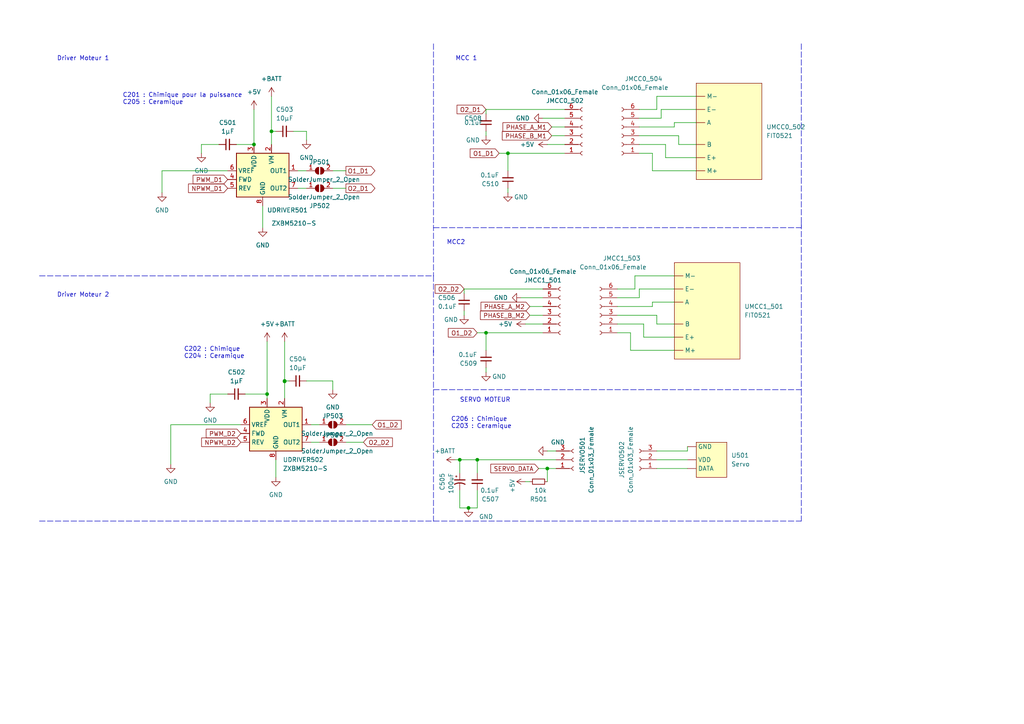
<source format=kicad_sch>
(kicad_sch (version 20211123) (generator eeschema)
  (paper "A4")
  (title_block (title "Actuators") (date "2022-10-03") (rev "V1.0") (company "ENSEA"))
  (lib_symbols
    (symbol "Connector:Conn_01x03_Female" (pin_names (offset 1.016) hide)
      (property "Reference" "J" (at 0 5.08 0))
      (property "Value" "Conn_01x03_Female" (at 0 -5.08 0))
      (symbol "Conn_01x03_Female_1_1"
        (arc (start 0 -2.032) (mid -0.508 -2.54) (end 0 -3.048) (stroke (width 0.1524)))
        (polyline (pts (xy -1.27 -2.54) (xy -0.508 -2.54)) (stroke (width 0.1524)))
        (polyline (pts (xy -1.27 0) (xy -0.508 0)) (stroke (width 0.1524)))
        (polyline (pts (xy -1.27 2.54) (xy -0.508 2.54)) (stroke (width 0.1524)))
        (arc (start 0 0.508) (mid -0.508 0) (end 0 -0.508) (stroke (width 0.1524)))
        (arc (start 0 3.048) (mid -0.508 2.54) (end 0 2.032) (stroke (width 0.1524)))
        (pin passive line (at -5.08 2.54 0) (length 3.81) (name "Pin_1") (number "1"))
        (pin passive line (at -5.08 0 0) (length 3.81) (name "Pin_2") (number "2"))
        (pin passive line (at -5.08 -2.54 0) (length 3.81) (name "Pin_3") (number "3"))
      )
    )
    (symbol "Connector:Conn_01x06_Female" (pin_names (offset 1.016) hide)
      (property "Reference" "J" (at 0 7.62 0))
      (property "Value" "Conn_01x06_Female" (at 0 -10.16 0))
      (symbol "Conn_01x06_Female_1_1"
        (arc (start 0 -7.112) (mid -0.508 -7.62) (end 0 -8.128) (stroke (width 0.1524)))
        (arc (start 0 -4.572) (mid -0.508 -5.08) (end 0 -5.588) (stroke (width 0.1524)))
        (arc (start 0 -2.032) (mid -0.508 -2.54) (end 0 -3.048) (stroke (width 0.1524)))
        (polyline (pts (xy -1.27 -7.62) (xy -0.508 -7.62)) (stroke (width 0.1524)))
        (polyline (pts (xy -1.27 -5.08) (xy -0.508 -5.08)) (stroke (width 0.1524)))
        (polyline (pts (xy -1.27 -2.54) (xy -0.508 -2.54)) (stroke (width 0.1524)))
        (polyline (pts (xy -1.27 0) (xy -0.508 0)) (stroke (width 0.1524)))
        (polyline (pts (xy -1.27 2.54) (xy -0.508 2.54)) (stroke (width 0.1524)))
        (polyline (pts (xy -1.27 5.08) (xy -0.508 5.08)) (stroke (width 0.1524)))
        (arc (start 0 0.508) (mid -0.508 0) (end 0 -0.508) (stroke (width 0.1524)))
        (arc (start 0 3.048) (mid -0.508 2.54) (end 0 2.032) (stroke (width 0.1524)))
        (arc (start 0 5.588) (mid -0.508 5.08) (end 0 4.572) (stroke (width 0.1524)))
        (pin passive line (at -5.08 5.08 0) (length 3.81) (name "Pin_1") (number "1"))
        (pin passive line (at -5.08 2.54 0) (length 3.81) (name "Pin_2") (number "2"))
        (pin passive line (at -5.08 0 0) (length 3.81) (name "Pin_3") (number "3"))
        (pin passive line (at -5.08 -2.54 0) (length 3.81) (name "Pin_4") (number "4"))
        (pin passive line (at -5.08 -5.08 0) (length 3.81) (name "Pin_5") (number "5"))
        (pin passive line (at -5.08 -7.62 0) (length 3.81) (name "Pin_6") (number "6"))
      )
    )
    (symbol "Device:C_Polarized_Small_US" (pin_numbers hide) (pin_names (offset 0.254) hide)
      (property "Reference" "C" (at 0.254 1.778 0))
      (property "Value" "C_Polarized_Small_US" (at 0.254 -2.032 0))
      (symbol "C_Polarized_Small_US_0_1"
        (polyline (pts (xy -1.524 0.508) (xy 1.524 0.508)) (stroke (width 0.3048)))
        (polyline (pts (xy -1.27 1.524) (xy -0.762 1.524)))
        (polyline (pts (xy -1.016 1.27) (xy -1.016 1.778)))
        (arc (start 1.524 -0.762) (mid 0 -0.3734) (end -1.524 -0.762) (stroke (width 0.3048)))
      )
      (symbol "C_Polarized_Small_US_1_1"
        (pin passive line (at 0 2.54 270) (length 2.032) (name "~") (number "1"))
        (pin passive line (at 0 -2.54 90) (length 2.032) (name "~") (number "2"))
      )
    )
    (symbol "Device:C_Small" (pin_numbers hide) (pin_names (offset 0.254) hide)
      (property "Reference" "C" (at 0.254 1.778 0))
      (property "Value" "C_Small" (at 0.254 -2.032 0))
      (symbol "C_Small_0_1"
        (polyline (pts (xy -1.524 -0.508) (xy 1.524 -0.508)) (stroke (width 0.3302)))
        (polyline (pts (xy -1.524 0.508) (xy 1.524 0.508)) (stroke (width 0.3048)))
      )
      (symbol "C_Small_1_1"
        (pin passive line (at 0 2.54 270) (length 2.032) (name "~") (number "1"))
        (pin passive line (at 0 -2.54 90) (length 2.032) (name "~") (number "2"))
      )
    )
    (symbol "Device:R_Small" (pin_numbers hide) (pin_names (offset 0.254) hide)
      (property "Reference" "R" (at 0.762 0.508 0))
      (property "Value" "R_Small" (at 0.762 -1.016 0))
      (symbol "R_Small_0_1"
        (rectangle (start -0.762 1.778) (end 0.762 -1.778) (stroke (width 0.2032)))
      )
      (symbol "R_Small_1_1"
        (pin passive line (at 0 2.54 270) (length 0.762) (name "~") (number "1"))
        (pin passive line (at 0 -2.54 90) (length 0.762) (name "~") (number "2"))
      )
    )
    (symbol "Driver_Motor:ZXBM5210-S"
      (property "Reference" "U" (at -7.62 8.89 0))
      (property "Value" "ZXBM5210-S" (at 10.16 8.89 0))
      (symbol "ZXBM5210-S_0_0"
        (pin output line (at 10.16 2.54 180) (length 2.54) (name "OUT1") (number "1"))
        (pin power_in line (at 2.54 10.16 270) (length 2.54) (name "VM") (number "2"))
        (pin power_in line (at -2.54 10.16 270) (length 2.54) (name "VDD") (number "3"))
        (pin input line (at -10.16 0 0) (length 2.54) (name "FWD") (number "4"))
        (pin input line (at -10.16 -2.54 0) (length 2.54) (name "REV") (number "5"))
        (pin input line (at -10.16 2.54 0) (length 2.54) (name "VREF") (number "6"))
        (pin output line (at 10.16 -2.54 180) (length 2.54) (name "OUT2") (number "7"))
        (pin power_in line (at 0 -7.62 90) (length 2.54) (name "GND") (number "8"))
      )
      (symbol "ZXBM5210-S_0_1"
        (rectangle (start -7.62 7.62) (end 7.62 -5.08) (stroke (width 0.254)) (fill (type background)))
      )
    )
    (symbol "FIT0521_1"
      (property "Reference" "UMCC2" (at 10.16 7.6201 0))
      (property "Value" "FIT0521_1" (at 10.16 5.0801 0))
      (symbol "FIT0521_1_0_1"
        (rectangle (start -10.16 20.32) (end 8.89 -7.62) (fill (type background)))
      )
      (symbol "FIT0521_1_1_1"
        (pin input line (at -10.16 8.89 0) (length 2.54) (name "A") (number ""))
        (pin input line (at -10.16 2.54 0) (length 2.54) (name "B") (number ""))
        (pin input line (at -10.16 -1.27 0) (length 2.54) (name "E+") (number ""))
        (pin input line (at -10.16 12.7 0) (length 2.54) (name "E-") (number ""))
        (pin input line (at -10.16 -5.08 0) (length 2.54) (name "M+") (number ""))
        (pin input line (at -10.16 16.51 0) (length 2.54) (name "M-") (number ""))
      )
    )
    (symbol "Jumper:SolderJumper_2_Open" (pin_names (offset 0) hide)
      (property "Reference" "JP" (at 0 2.032 0))
      (property "Value" "SolderJumper_2_Open" (at 0 -2.54 0))
      (symbol "SolderJumper_2_Open_0_1"
        (arc (start -0.254 1.016) (mid -1.27 0) (end -0.254 -1.016))
        (arc (start -0.254 1.016) (mid -1.27 0) (end -0.254 -1.016) (fill (type outline)))
        (polyline (pts (xy -0.254 1.016) (xy -0.254 -1.016)))
        (polyline (pts (xy 0.254 1.016) (xy 0.254 -1.016)))
        (arc (start 0.254 -1.016) (mid 1.27 0) (end 0.254 1.016))
        (arc (start 0.254 -1.016) (mid 1.27 0) (end 0.254 1.016) (fill (type outline)))
      )
      (symbol "SolderJumper_2_Open_1_1"
        (pin passive line (at -3.81 0 0) (length 2.54) (name "A") (number "1"))
        (pin passive line (at 3.81 0 180) (length 2.54) (name "B") (number "2"))
      )
    )
    (symbol "New_Library_0:Servo"
      (property "Reference" "U5" (at 7.62 -1.2699 0))
      (property "Value" "Servo" (at 7.62 -3.8099 0))
      (symbol "Servo_0_1"
        (rectangle (start -2.54 2.54) (end 6.35 -7.62) (fill (type background)))
      )
      (symbol "Servo_1_1"
        (pin input line (at -5.08 -5.08 0) (length 2.54) (name "DATA") (number ""))
        (pin input line (at -5.08 1.27 0) (length 2.54) (name "GND") (number ""))
        (pin input line (at -5.08 -2.54 0) (length 2.54) (name "VDD") (number ""))
      )
    )
    (symbol "power:+5V" (power) (pin_names (offset 0))
      (property "Value" "+5V" (at 0 3.556 0))
      (symbol "+5V_0_1"
        (polyline (pts (xy -0.762 1.27) (xy 0 2.54)))
        (polyline (pts (xy 0 0) (xy 0 2.54)))
        (polyline (pts (xy 0 2.54) (xy 0.762 1.27)))
      )
      (symbol "+5V_1_1"
        (pin power_in line (at 0 0 90) (length 0) hide (name "+5V") (number "1"))
      )
    )
    (symbol "power:+BATT" (power) (pin_names (offset 0))
      (property "Value" "+BATT" (at 0 3.556 0))
      (symbol "+BATT_0_1"
        (polyline (pts (xy -0.762 1.27) (xy 0 2.54)))
        (polyline (pts (xy 0 0) (xy 0 2.54)))
        (polyline (pts (xy 0 2.54) (xy 0.762 1.27)))
      )
      (symbol "+BATT_1_1"
        (pin power_in line (at 0 0 90) (length 0) hide (name "+BATT") (number "1"))
      )
    )
    (symbol "power:GND" (power) (pin_names (offset 0))
      (property "Value" "GND" (at 0 -3.81 0))
      (symbol "GND_0_1"
        (polyline (pts (xy 0 0) (xy 0 -1.27) (xy 1.27 -1.27) (xy 0 -2.54) (xy -1.27 -1.27) (xy 0 -1.27)))
      )
      (symbol "GND_1_1"
        (pin power_in line (at 0 0 270) (length 0) hide (name "GND") (number "1"))
      )
    )
  )
  (junction (at 158.75 135.89))
  (junction (at 135.89 147.32))
  (junction (at 147.32 44.45))
  (junction (at 140.97 96.52))
  (junction (at 82.55 110.49))
  (junction (at 138.43 133.35))
  (junction (at 78.74 38.1))
  (junction (at 133.35 133.35))
  (junction (at 77.47 114.3))
  (junction (at 82.55 110.617))
  (junction (at 73.66 41.91))
  (wire (pts (xy 140.97 107.95) (xy 140.97 106.68)))
  (wire (pts (xy 199.39 129.54) (xy 199.39 130.81)))
  (wire (pts (xy 140.97 38.1) (xy 140.97 39.37)))
  (wire (pts (xy 133.35 147.32) (xy 133.35 142.24)))
  (wire (pts (xy 185.42 44.45) (xy 189.23 44.45)))
  (polyline (pts (xy 232.41 12.7) (xy 232.41 66.04)))
  (wire (pts (xy 190.5 133.35) (xy 199.39 133.35)))
  (wire (pts (xy 88.9 38.1) (xy 88.9 40.64)))
  (wire (pts (xy 86.36 54.61) (xy 88.9 54.61)))
  (wire (pts (xy 182.88 96.52) (xy 182.88 101.6)))
  (wire (pts (xy 140.97 101.6) (xy 140.97 96.52)))
  (wire (pts (xy 100.33 123.19) (xy 107.95 123.19)))
  (wire (pts (xy 58.42 41.91) (xy 58.42 44.45)))
  (wire (pts (xy 77.47 114.3) (xy 77.47 115.57)))
  (wire (pts (xy 63.5 41.91) (xy 58.42 41.91)))
  (wire (pts (xy 60.96 114.3) (xy 60.96 116.84)))
  (wire (pts (xy 195.58 36.83) (xy 195.58 35.56)))
  (wire (pts (xy 185.42 31.75) (xy 190.5 31.75)))
  (wire (pts (xy 80.01 133.35) (xy 80.01 138.43)))
  (wire (pts (xy 190.5 91.44) (xy 179.07 91.44)))
  (wire (pts (xy 186.69 97.79) (xy 186.69 93.98)))
  (wire (pts (xy 147.32 49.53) (xy 147.32 44.45)))
  (polyline (pts (xy 125.73 151.13) (xy 232.41 151.13)))
  (wire (pts (xy 189.23 49.53) (xy 201.93 49.53)))
  (wire (pts (xy 82.55 110.49) (xy 82.55 110.617)))
  (polyline (pts (xy 125.73 66.04) (xy 232.41 66.04)))
  (wire (pts (xy 138.43 137.16) (xy 138.43 133.35)))
  (wire (pts (xy 78.74 38.1) (xy 78.74 41.91)))
  (polyline (pts (xy 232.41 64.77) (xy 232.41 113.03)))
  (wire (pts (xy 189.23 87.63) (xy 195.58 87.63)))
  (wire (pts (xy 76.2 59.69) (xy 76.2 66.04)))
  (wire (pts (xy 100.33 128.27) (xy 105.41 128.27)))
  (wire (pts (xy 134.62 83.82) (xy 157.48 83.82)))
  (wire (pts (xy 138.43 96.52) (xy 140.97 96.52)))
  (wire (pts (xy 179.07 83.82) (xy 184.15 83.82)))
  (wire (pts (xy 190.5 93.98) (xy 190.5 91.44)))
  (polyline (pts (xy 125.73 101.6) (xy 125.73 151.13)))
  (wire (pts (xy 86.36 49.53) (xy 88.9 49.53)))
  (wire (pts (xy 193.04 45.72) (xy 193.04 41.91)))
  (wire (pts (xy 151.13 86.36) (xy 157.48 86.36)))
  (wire (pts (xy 184.15 83.82) (xy 184.15 80.01)))
  (wire (pts (xy 133.35 133.35) (xy 138.43 133.35)))
  (wire (pts (xy 133.35 137.16) (xy 133.35 133.35)))
  (wire (pts (xy 78.74 27.94) (xy 78.74 38.1)))
  (wire (pts (xy 186.69 93.98) (xy 179.07 93.98)))
  (wire (pts (xy 190.5 27.94) (xy 201.93 27.94)))
  (wire (pts (xy 73.66 31.75) (xy 73.66 41.91)))
  (wire (pts (xy 153.67 139.7) (xy 152.4 139.7)))
  (polyline (pts (xy 125.73 113.03) (xy 232.41 113.03)))
  (wire (pts (xy 158.75 130.81) (xy 161.29 130.81)))
  (wire (pts (xy 196.85 39.37) (xy 185.42 39.37)))
  (wire (pts (xy 190.5 135.89) (xy 199.39 135.89)))
  (polyline (pts (xy 232.41 113.03) (xy 232.41 151.13)))
  (wire (pts (xy 195.58 97.79) (xy 186.69 97.79)))
  (wire (pts (xy 195.58 93.98) (xy 190.5 93.98)))
  (wire (pts (xy 96.52 54.61) (xy 100.33 54.61)))
  (wire (pts (xy 153.67 91.44) (xy 157.48 91.44)))
  (wire (pts (xy 82.55 110.49) (xy 83.82 110.49)))
  (wire (pts (xy 132.08 133.35) (xy 133.35 133.35)))
  (wire (pts (xy 140.97 33.02) (xy 140.97 31.75)))
  (wire (pts (xy 156.21 135.89) (xy 158.75 135.89)))
  (wire (pts (xy 66.04 49.53) (xy 46.99 49.53)))
  (polyline (pts (xy 11.43 151.13) (xy 125.73 151.13)))
  (wire (pts (xy 69.85 123.19) (xy 49.53 123.19)))
  (wire (pts (xy 138.43 133.35) (xy 161.29 133.35)))
  (wire (pts (xy 144.78 44.45) (xy 147.32 44.45)))
  (wire (pts (xy 152.4 93.98) (xy 157.48 93.98)))
  (wire (pts (xy 201.93 31.75) (xy 191.77 31.75)))
  (wire (pts (xy 179.07 96.52) (xy 182.88 96.52)))
  (wire (pts (xy 184.15 80.01) (xy 195.58 80.01)))
  (wire (pts (xy 77.47 99.06) (xy 77.47 114.3)))
  (wire (pts (xy 201.93 41.91) (xy 196.85 41.91)))
  (wire (pts (xy 134.62 90.17) (xy 134.62 91.44)))
  (wire (pts (xy 96.52 110.49) (xy 96.52 113.03)))
  (wire (pts (xy 158.75 41.91) (xy 163.83 41.91)))
  (wire (pts (xy 82.55 110.617) (xy 82.55 115.57)))
  (wire (pts (xy 182.88 101.6) (xy 195.58 101.6)))
  (wire (pts (xy 195.58 83.82) (xy 185.42 83.82)))
  (wire (pts (xy 82.55 99.06) (xy 82.55 110.49)))
  (wire (pts (xy 158.75 135.89) (xy 161.29 135.89)))
  (wire (pts (xy 138.43 147.32) (xy 135.89 147.32)))
  (wire (pts (xy 190.5 130.81) (xy 199.39 130.81)))
  (wire (pts (xy 90.17 123.19) (xy 92.71 123.19)))
  (wire (pts (xy 190.5 31.75) (xy 190.5 27.94)))
  (wire (pts (xy 85.09 38.1) (xy 88.9 38.1)))
  (wire (pts (xy 158.75 135.89) (xy 158.75 139.7)))
  (wire (pts (xy 185.42 83.82) (xy 185.42 86.36)))
  (wire (pts (xy 185.42 86.36) (xy 179.07 86.36)))
  (wire (pts (xy 96.52 49.53) (xy 100.33 49.53)))
  (wire (pts (xy 147.32 55.88) (xy 147.32 54.61)))
  (wire (pts (xy 140.97 31.75) (xy 163.83 31.75)))
  (wire (pts (xy 196.85 41.91) (xy 196.85 39.37)))
  (wire (pts (xy 138.43 142.24) (xy 138.43 147.32)))
  (wire (pts (xy 191.77 31.75) (xy 191.77 34.29)))
  (wire (pts (xy 46.99 49.53) (xy 46.99 55.88)))
  (polyline (pts (xy 11.43 80.01) (xy 125.73 80.01)))
  (wire (pts (xy 90.17 128.27) (xy 92.71 128.27)))
  (wire (pts (xy 147.32 44.45) (xy 163.83 44.45)))
  (wire (pts (xy 160.02 36.83) (xy 163.83 36.83)))
  (wire (pts (xy 201.93 45.72) (xy 193.04 45.72)))
  (wire (pts (xy 189.23 88.9) (xy 189.23 87.63)))
  (wire (pts (xy 49.53 123.19) (xy 49.53 134.62)))
  (wire (pts (xy 135.89 147.32) (xy 133.35 147.32)))
  (wire (pts (xy 179.07 88.9) (xy 189.23 88.9)))
  (wire (pts (xy 66.04 114.3) (xy 60.96 114.3)))
  (wire (pts (xy 195.58 35.56) (xy 201.93 35.56)))
  (wire (pts (xy 140.97 96.52) (xy 157.48 96.52)))
  (wire (pts (xy 160.02 39.37) (xy 163.83 39.37)))
  (polyline (pts (xy 125.73 12.7) (xy 125.73 80.01)))
  (wire (pts (xy 191.77 34.29) (xy 185.42 34.29)))
  (wire (pts (xy 68.58 41.91) (xy 73.66 41.91)))
  (wire (pts (xy 157.48 34.29) (xy 163.83 34.29)))
  (wire (pts (xy 71.12 114.3) (xy 77.47 114.3)))
  (wire (pts (xy 80.01 38.1) (xy 78.74 38.1)))
  (wire (pts (xy 88.9 110.49) (xy 96.52 110.49)))
  (wire (pts (xy 189.23 44.45) (xy 189.23 49.53)))
  (wire (pts (xy 153.67 88.9) (xy 157.48 88.9)))
  (wire (pts (xy 185.42 36.83) (xy 195.58 36.83)))
  (wire (pts (xy 193.04 41.91) (xy 185.42 41.91)))
  (wire (pts (xy 134.62 85.09) (xy 134.62 83.82)))
  (polyline (pts (xy 125.73 80.01) (xy 125.73 102.87)))
  (text "MCC2" (at 129.54 71.12 0) (effects (font (size 1.27 1.27)) (justify left bottom)))
  (text "C202 : Chimique\nC204 : Ceramique\n" (at 53.34 104.14 0) (effects (font (size 1.27 1.27)) (justify left bottom)))
  (text "C201 : Chimique pour la puissance\nC205 : Ceramique\n" (at 35.56 30.48 0) (effects (font (size 1.27 1.27)) (justify left bottom)))
  (text "Driver Moteur 1" (at 16.51 17.78 0) (effects (font (size 1.27 1.27)) (justify left bottom)))
  (text "Driver Moteur 2" (at 16.51 86.36 0) (effects (font (size 1.27 1.27)) (justify left bottom)))
  (text "C206 : Chimique\nC203 : Ceramique\n" (at 130.81 124.46 0) (effects (font (size 1.27 1.27)) (justify left bottom)))
  (text "MCC 1" (at 132.08 17.78 0) (effects (font (size 1.27 1.27)) (justify left bottom)))
  (text "SERVO MOTEUR" (at 133.35 116.84 0) (effects (font (size 1.27 1.27)) (justify left bottom)))
  (global_label "PWM_D1" (shape input) (at 66.04 52.07 180) (property "Intersheet References" "${INTERSHEET_REFS}" (effects hide)))
  (global_label "PHASE_B_M2" (shape input) (at 153.67 91.44 180) (property "Intersheet References" "${INTERSHEET_REFS}" (effects hide)))
  (global_label "PHASE_A_M2" (shape input) (at 153.67 88.9 180) (property "Intersheet References" "${INTERSHEET_REFS}" (effects hide)))
  (global_label "O2_D1" (shape output) (at 100.33 54.61 0) (property "Intersheet References" "${INTERSHEET_REFS}" (effects hide)))
  (global_label "NPWM_D1" (shape input) (at 66.04 54.61 180) (property "Intersheet References" "${INTERSHEET_REFS}" (effects hide)))
  (global_label "PHASE_B_M1" (shape input) (at 160.02 39.37 180) (property "Intersheet References" "${INTERSHEET_REFS}" (effects hide)))
  (global_label "O1_D2" (shape input) (at 138.43 96.52 180) (property "Intersheet References" "${INTERSHEET_REFS}" (effects hide)))
  (global_label "O2_D1" (shape input) (at 140.97 31.75 180) (property "Intersheet References" "${INTERSHEET_REFS}" (effects hide)))
  (global_label "O1_D2" (shape input) (at 107.95 123.19 0) (property "Intersheet References" "${INTERSHEET_REFS}" (effects hide)))
  (global_label "SERVO_DATA" (shape input) (at 156.21 135.89 180) (property "Intersheet References" "${INTERSHEET_REFS}" (effects hide)))
  (global_label "PWM_D2" (shape input) (at 69.85 125.73 180) (property "Intersheet References" "${INTERSHEET_REFS}" (effects hide)))
  (global_label "NPWM_D2" (shape input) (at 69.85 128.27 180) (property "Intersheet References" "${INTERSHEET_REFS}" (effects hide)))
  (global_label "O2_D2" (shape input) (at 105.41 128.27 0) (property "Intersheet References" "${INTERSHEET_REFS}" (effects hide)))
  (global_label "O2_D2" (shape input) (at 134.62 83.82 180) (property "Intersheet References" "${INTERSHEET_REFS}" (effects hide)))
  (global_label "O1_D1" (shape output) (at 100.33 49.53 0) (property "Intersheet References" "${INTERSHEET_REFS}" (effects hide)))
  (global_label "PHASE_A_M1" (shape input) (at 160.02 36.83 180) (property "Intersheet References" "${INTERSHEET_REFS}" (effects hide)))
  (global_label "O1_D1" (shape input) (at 144.78 44.45 180) (property "Intersheet References" "${INTERSHEET_REFS}" (effects hide)))
  (symbol (lib_id "Device:C_Small") (at 147.32 52.07 180) (unit 1)
    (property "Reference" "C510" (at 144.78 53.3338 0) (effects (justify left)))
    (property "Value" "0.1uF" (at 144.78 50.7938 0) (effects (justify left)))
    (property "Footprint" "Capacitor_SMD:C_0603_1608Metric_Pad1.08x0.95mm_HandSolder" (effects hide))
  )
  (symbol (lib_id "power:GND") (at 76.2 66.04 0) (unit 1)
    (property "Reference" "#PWR0506" (effects hide))
    (property "Value" "GND" (at 76.2 71.12 0))
  )
  (symbol (lib_id "Device:C_Small") (at 66.04 41.91 90) (unit 1)
    (property "Reference" "C501" (at 66.0463 35.56 90))
    (property "Value" "1µF" (at 66.0463 38.1 90))
    (property "Footprint" "Capacitor_SMD:C_0603_1608Metric_Pad1.08x0.95mm_HandSolder" (effects hide))
  )
  (symbol (lib_id "New_Library_0:Servo") (at 204.47 130.81 0) (unit 1)
    (property "Reference" "U501" (at 212.09 132.0799 0) (effects (justify left)))
    (property "Value" "Servo" (at 212.09 134.6199 0) (effects (justify left)))
  )
  (symbol (lib_id "Jumper:SolderJumper_2_Open") (at 96.52 128.27 0) (unit 1)
    (property "Reference" "JP504" (at 96.52 126.238 0))
    (property "Value" "SolderJumper_2_Open" (at 97.79 130.81 0))
    (property "Footprint" "Jumper:SolderJumper-3_P2.0mm_Open_TrianglePad1.0x1.5mm" (effects hide))
  )
  (symbol (lib_id "power:+5V") (at 158.75 41.91 90) (unit 1)
    (property "Reference" "#PWR0523" (effects hide))
    (property "Value" "+5V" (at 154.94 41.9099 90) (effects (justify left)))
  )
  (symbol (lib_id "power:+5V") (at 73.66 31.75 0) (unit 1)
    (property "Reference" "#PWR0505" (effects hide))
    (property "Value" "+5V" (at 73.66 26.67 0))
  )
  (symbol (lib_id "power:GND") (at 157.48 34.29 270) (unit 1)
    (property "Reference" "#PWR0522" (effects hide))
    (property "Value" "GND" (at 153.67 34.2899 90) (effects (justify right)))
  )
  (symbol (lib_id "Device:C_Polarized_Small_US") (at 133.35 139.7 0) (unit 1)
    (property "Reference" "C505" (at 128.27 137.16 90) (effects (justify right)))
    (property "Value" "100uF" (at 130.81 137.16 90) (effects (justify right)))
    (property "Footprint" "Capacitor_THT:CP_Radial_D5.0mm_P2.00mm" (effects hide))
  )
  (symbol (lib_id "power:GND") (at 58.42 44.45 0) (unit 1)
    (property "Reference" "#PWR0503" (effects hide))
    (property "Value" "GND" (at 58.42 49.53 0))
  )
  (symbol (lib_name "FIT0521_1") (lib_id "Projet_Lib:FIT0521") (at 205.74 96.52 0) (unit 1)
    (property "Reference" "UMCC1_501" (at 215.9 88.8999 0) (effects (justify left)))
    (property "Value" "FIT0521" (at 215.9 91.4399 0) (effects (justify left)))
  )
  (symbol (lib_id "power:GND") (at 140.97 107.95 0) (unit 1)
    (property "Reference" "#PWR0517" (effects hide))
    (property "Value" "GND" (at 144.78 109.22 0))
  )
  (symbol (lib_id "Driver_Motor:ZXBM5210-S") (at 76.2 52.07 0) (unit 1)
    (property "Reference" "UDRIVER501" (at 77.47 60.96 0) (effects (justify left)))
    (property "Value" "ZXBM5210-S" (at 78.74 64.77 0) (effects (justify left)))
    (property "Footprint" "Package_SO:SOIC-8_3.9x4.9mm_P1.27mm" (effects hide))
    (property "Datasheet" "https://www.diodes.com/assets/Datasheets/ZXBM5210.pdf" (effects hide))
  )
  (symbol (lib_id "power:GND") (at 49.53 134.62 0) (unit 1)
    (property "Reference" "#PWR0502" (effects hide))
    (property "Value" "GND" (at 49.53 139.7 0))
  )
  (symbol (lib_id "Device:C_Small") (at 138.43 139.7 180) (unit 1)
    (property "Reference" "C507" (at 144.78 144.78 0) (effects (justify left)))
    (property "Value" "0.1uF" (at 144.78 142.24 0) (effects (justify left)))
    (property "Footprint" "Capacitor_SMD:C_0603_1608Metric_Pad1.08x0.95mm_HandSolder" (effects hide))
  )
  (symbol (lib_id "Device:C_Small") (at 82.55 38.1 90) (unit 1)
    (property "Reference" "C503" (at 82.5563 31.75 90))
    (property "Value" "10µF" (at 82.5563 34.29 90))
    (property "Footprint" "Capacitor_THT:CP_Radial_D5.0mm_P2.00mm" (effects hide))
  )
  (symbol (lib_id "power:GND") (at 46.99 55.88 0) (unit 1)
    (property "Reference" "#PWR0501" (effects hide))
    (property "Value" "GND" (at 46.99 60.96 0))
  )
  (symbol (lib_id "power:GND") (at 80.01 138.43 0) (unit 1)
    (property "Reference" "#PWR0509" (effects hide))
    (property "Value" "GND" (at 80.01 143.51 0))
  )
  (symbol (lib_name "FIT0521_1") (lib_id "Projet_Lib:FIT0521") (at 212.09 44.45 0) (unit 1)
    (property "Reference" "UMCC0_502" (at 222.25 36.8299 0) (effects (justify left)))
    (property "Value" "FIT0521" (at 222.25 39.3699 0) (effects (justify left)))
  )
  (symbol (lib_id "power:+BATT") (at 132.08 133.35 90) (unit 1)
    (property "Reference" "#PWR0513" (effects hide))
    (property "Value" "+BATT" (at 132.08 130.81 90) (effects (justify left)))
  )
  (symbol (lib_id "power:GND") (at 151.13 86.36 270) (unit 1)
    (property "Reference" "#PWR0519" (effects hide))
    (property "Value" "GND" (at 147.32 86.3599 90) (effects (justify right)))
  )
  (symbol (lib_id "Connector:Conn_01x06_Female") (at 168.91 39.37 0) (mirror x) (unit 1)
    (property "Reference" "JMCC0_502" (at 163.83 29.21 0))
    (property "Value" "Conn_01x06_Female" (at 163.83 26.67 0))
    (property "Footprint" "Connector_JST:JST_XH_B6B-XH-AM_1x06_P2.50mm_Vertical" (effects hide))
  )
  (symbol (lib_id "Driver_Motor:ZXBM5210-S") (at 80.01 125.73 0) (unit 1)
    (property "Reference" "UDRIVER502" (at 82.0294 133.35 0) (effects (justify left)))
    (property "Value" "ZXBM5210-S" (at 82.0294 135.89 0) (effects (justify left)))
    (property "Footprint" "Package_SO:SOIC-8_3.9x4.9mm_P1.27mm" (effects hide))
    (property "Datasheet" "https://www.diodes.com/assets/Datasheets/ZXBM5210.pdf" (effects hide))
  )
  (symbol (lib_id "Connector:Conn_01x03_Female") (at 185.42 133.35 180) (unit 1)
    (property "Reference" "JSERVO502" (at 180.34 133.35 90))
    (property "Value" "Conn_01x03_Female" (at 182.88 133.35 90))
  )
  (symbol (lib_id "power:GND") (at 140.97 39.37 0) (unit 1)
    (property "Reference" "#PWR0516" (effects hide))
    (property "Value" "GND" (at 137.16 40.64 0))
  )
  (symbol (lib_id "Device:R_Small") (at 156.21 139.7 270) (unit 1)
    (property "Reference" "R501" (at 153.67 144.78 90) (effects (justify left)))
    (property "Value" "10k" (at 154.94 142.24 90) (effects (justify left)))
    (property "Footprint" "Resistor_SMD:R_0603_1608Metric_Pad0.98x0.95mm_HandSolder" (effects hide))
  )
  (symbol (lib_id "Jumper:SolderJumper_2_Open") (at 96.52 123.19 0) (unit 1)
    (property "Reference" "JP503" (at 96.52 120.65 0))
    (property "Value" "SolderJumper_2_Open" (at 97.79 125.73 0))
    (property "Footprint" "Jumper:SolderJumper-3_P2.0mm_Open_TrianglePad1.0x1.5mm" (effects hide))
  )
  (symbol (lib_id "Jumper:SolderJumper_2_Open") (at 92.71 54.61 0) (unit 1)
    (property "Reference" "JP502" (at 92.71 59.69 0))
    (property "Value" "SolderJumper_2_Open" (at 93.98 57.15 0))
    (property "Footprint" "Jumper:SolderJumper-3_P2.0mm_Open_TrianglePad1.0x1.5mm" (effects hide))
  )
  (symbol (lib_id "Connector:Conn_01x06_Female") (at 180.34 39.37 180) (unit 1)
    (property "Reference" "JMCC0_504" (at 186.69 22.86 0))
    (property "Value" "Conn_01x06_Female" (at 184.15 25.4 0))
  )
  (symbol (lib_id "Device:C_Small") (at 68.58 114.3 90) (unit 1)
    (property "Reference" "C502" (at 68.5863 107.95 90))
    (property "Value" "1µF" (at 68.5863 110.49 90))
    (property "Footprint" "Capacitor_SMD:C_0603_1608Metric_Pad1.08x0.95mm_HandSolder" (effects hide))
  )
  (symbol (lib_id "power:+5V") (at 77.47 99.06 0) (unit 1)
    (property "Reference" "#PWR0507" (effects hide))
    (property "Value" "+5V" (at 77.47 93.98 0))
  )
  (symbol (lib_id "power:GND") (at 158.75 130.81 270) (unit 1)
    (property "Reference" "#PWR0524" (effects hide))
    (property "Value" "GND" (at 163.83 128.27 90) (effects (justify right)))
  )
  (symbol (lib_id "Connector:Conn_01x03_Female") (at 166.37 133.35 0) (mirror x) (unit 1)
    (property "Reference" "JSERVO501" (at 168.91 132.08 90))
    (property "Value" "Conn_01x03_Female" (at 171.45 133.35 90))
    (property "Footprint" "Connector_JST:JST_XH_B3B-XH-AM_1x03_P2.50mm_Vertical" (effects hide))
  )
  (symbol (lib_id "power:+5V") (at 152.4 93.98 90) (unit 1)
    (property "Reference" "#PWR0520" (effects hide))
    (property "Value" "+5V" (at 148.59 93.9799 90) (effects (justify left)))
  )
  (symbol (lib_id "power:+BATT") (at 82.55 99.06 0) (unit 1)
    (property "Reference" "#PWR0510" (effects hide))
    (property "Value" "+BATT" (at 82.55 93.98 0))
  )
  (symbol (lib_id "power:GND") (at 147.32 55.88 0) (unit 1)
    (property "Reference" "#PWR0518" (effects hide))
    (property "Value" "GND" (at 151.13 57.15 0))
  )
  (symbol (lib_id "power:GND") (at 88.9 40.64 0) (unit 1)
    (property "Reference" "#PWR0511" (effects hide))
    (property "Value" "GND" (at 88.9 45.72 0))
  )
  (symbol (lib_id "power:GND") (at 134.62 91.44 0) (unit 1)
    (property "Reference" "#PWR0514" (effects hide))
    (property "Value" "GND" (at 130.81 92.71 0))
  )
  (symbol (lib_id "power:GND") (at 135.89 147.32 0) (unit 1)
    (property "Reference" "#PWR0515" (effects hide))
    (property "Value" "GND" (at 140.97 149.86 0))
  )
  (symbol (lib_id "Device:C_Small") (at 140.97 35.56 180) (unit 1)
    (property "Reference" "C508" (at 134.62 34.29 0) (effects (justify right)))
    (property "Value" "0.1uF" (at 134.62 35.56 0) (effects (justify right)))
    (property "Footprint" "Capacitor_SMD:C_0603_1608Metric_Pad1.08x0.95mm_HandSolder" (effects hide))
  )
  (symbol (lib_id "Device:C_Small") (at 86.36 110.49 90) (unit 1)
    (property "Reference" "C504" (at 86.3663 104.14 90))
    (property "Value" "10µF" (at 86.3663 106.68 90))
    (property "Footprint" "Capacitor_THT:CP_Radial_D5.0mm_P2.00mm" (effects hide))
  )
  (symbol (lib_id "Device:C_Small") (at 134.62 87.63 180) (unit 1)
    (property "Reference" "C506" (at 127 86.36 0) (effects (justify right)))
    (property "Value" "0.1uF" (at 127 88.9 0) (effects (justify right)))
    (property "Footprint" "Capacitor_SMD:C_0603_1608Metric_Pad1.08x0.95mm_HandSolder" (effects hide))
  )
  (symbol (lib_id "Device:C_Small") (at 140.97 104.14 180) (unit 1)
    (property "Reference" "C509" (at 138.43 105.4038 0) (effects (justify left)))
    (property "Value" "0.1uF" (at 138.43 102.8638 0) (effects (justify left)))
    (property "Footprint" "Capacitor_SMD:C_0603_1608Metric_Pad1.08x0.95mm_HandSolder" (effects hide))
  )
  (symbol (lib_id "Jumper:SolderJumper_2_Open") (at 92.71 49.53 0) (unit 1)
    (property "Reference" "JP501" (at 92.71 46.99 0))
    (property "Value" "SolderJumper_2_Open" (at 93.98 52.07 0))
    (property "Footprint" "Jumper:SolderJumper-3_P2.0mm_Open_TrianglePad1.0x1.5mm" (effects hide))
  )
  (symbol (lib_id "Connector:Conn_01x06_Female") (at 162.56 91.44 0) (mirror x) (unit 1)
    (property "Reference" "JMCC1_501" (at 157.48 81.28 0))
    (property "Value" "Conn_01x06_Female" (at 157.48 78.74 0))
    (property "Footprint" "Connector_JST:JST_XH_B6B-XH-AM_1x06_P2.50mm_Vertical" (effects hide))
  )
  (symbol (lib_id "power:GND") (at 60.96 116.84 0) (unit 1)
    (property "Reference" "#PWR0504" (effects hide))
    (property "Value" "GND" (at 60.96 121.92 0))
  )
  (symbol (lib_id "power:+BATT") (at 78.74 27.94 0) (unit 1)
    (property "Reference" "#PWR0508" (effects hide))
    (property "Value" "+BATT" (at 78.74 22.86 0))
  )
  (symbol (lib_id "Connector:Conn_01x06_Female") (at 173.99 91.44 180) (unit 1)
    (property "Reference" "JMCC1_503" (at 180.34 74.93 0))
    (property "Value" "Conn_01x06_Female" (at 177.8 77.47 0))
  )
  (symbol (lib_id "power:GND") (at 96.52 113.03 0) (unit 1)
    (property "Reference" "#PWR0512" (effects hide))
    (property "Value" "GND" (at 96.52 118.11 0))
  )
  (symbol (lib_id "power:+5V") (at 152.4 139.7 90) (unit 1)
    (property "Reference" "#PWR0521" (effects hide))
    (property "Value" "+5V" (at 148.59 140.97 0))
  )
)
</source>
